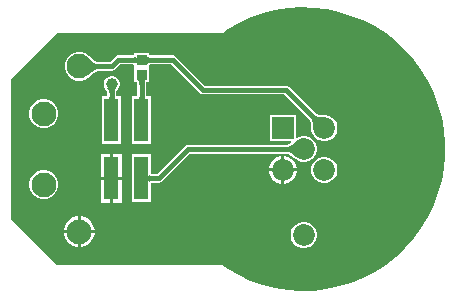
<source format=gbr>
%TF.GenerationSoftware,Altium Limited,Altium Designer,23.10.1 (27)*%
G04 Layer_Physical_Order=1*
G04 Layer_Color=255*
%FSLAX45Y45*%
%MOMM*%
%TF.SameCoordinates,CB7B006E-185E-4101-8BB4-968F6143B1B3*%
%TF.FilePolarity,Positive*%
%TF.FileFunction,Copper,L1,Top,Signal*%
%TF.Part,Single*%
G01*
G75*
%TA.AperFunction,SMDPad,CuDef*%
%ADD10R,1.27000X3.68000*%
%ADD11R,0.95000X0.85000*%
%TA.AperFunction,Conductor*%
%ADD12C,0.38100*%
%TA.AperFunction,ComponentPad*%
%ADD13C,1.85000*%
%ADD14R,1.85000X1.85000*%
%ADD15C,2.10000*%
%TA.AperFunction,ViaPad*%
%ADD16C,1.00000*%
G36*
X2986858Y2497890D02*
X3095134Y2485077D01*
X3201802Y2462498D01*
X3305984Y2430338D01*
X3406818Y2388862D01*
X3503477Y2338413D01*
X3595161Y2279406D01*
X3681117Y2212328D01*
X3760638Y2137728D01*
X3833062Y2056229D01*
X3897799Y1968493D01*
X3954311Y1875252D01*
X4002135Y1777267D01*
X4040876Y1675349D01*
X4070215Y1570337D01*
X4089909Y1463099D01*
X4099797Y1354515D01*
Y1245433D01*
X4089891Y1136752D01*
X4070161Y1029416D01*
X4040768Y924315D01*
X4001957Y822317D01*
X3954048Y724263D01*
X3897437Y630963D01*
X3832588Y543184D01*
X3760043Y461658D01*
X3680394Y387051D01*
X3594303Y319983D01*
X3502478Y261004D01*
X3405681Y210606D01*
X3304706Y169202D01*
X3200391Y137134D01*
X3093597Y114668D01*
X2985204Y101988D01*
X2876102Y99200D01*
X2767205Y106326D01*
X2659400Y123308D01*
X2553585Y150005D01*
X2450626Y186198D01*
X2351380Y231587D01*
X2256664Y285796D01*
X2211962Y317087D01*
X2209375Y318225D01*
X2207026Y319795D01*
X2204794Y320240D01*
X2202712Y321156D01*
X2199887Y321217D01*
X2197115Y321769D01*
X809135Y322046D01*
X423165Y708016D01*
X422057Y1890876D01*
X810822Y2279642D01*
X2199130D01*
X2201878Y2280188D01*
X2204681Y2280243D01*
X2206787Y2281165D01*
X2209040Y2281613D01*
X2211370Y2283170D01*
X2213938Y2284293D01*
X2258662Y2315466D01*
X2353395Y2369443D01*
X2452636Y2414608D01*
X2555558Y2450585D01*
X2661324Y2477081D01*
X2769054Y2493876D01*
X2877863Y2500831D01*
X2986858Y2497890D01*
D02*
G37*
%LPC*%
G36*
X716164Y1722780D02*
X683836D01*
X652609Y1714413D01*
X624611Y1698249D01*
X601752Y1675389D01*
X585587Y1647391D01*
X577220Y1616164D01*
Y1583836D01*
X585587Y1552609D01*
X601752Y1524611D01*
X624611Y1501752D01*
X652609Y1485587D01*
X683836Y1477220D01*
X716164D01*
X747391Y1485587D01*
X775389Y1501752D01*
X798249Y1524611D01*
X814413Y1552609D01*
X822780Y1583836D01*
Y1616164D01*
X814413Y1647391D01*
X798249Y1675389D01*
X775389Y1698249D01*
X747391Y1714413D01*
X716164Y1722780D01*
D02*
G37*
G36*
X1016164Y2122780D02*
X983836D01*
X952609Y2114413D01*
X924611Y2098249D01*
X901752Y2075389D01*
X885587Y2047391D01*
X877220Y2016164D01*
Y1983836D01*
X885587Y1952609D01*
X901752Y1924611D01*
X924611Y1901752D01*
X952609Y1885587D01*
X983836Y1877220D01*
X1016164D01*
X1047391Y1885587D01*
X1075389Y1901752D01*
X1086162Y1912524D01*
X1087440Y1913328D01*
X1107724Y1932509D01*
X1116771Y1939971D01*
X1125515Y1946425D01*
X1133762Y1951746D01*
X1141470Y1955956D01*
X1148601Y1959094D01*
X1155104Y1961213D01*
X1160974Y1962405D01*
X1161593Y1962448D01*
X1275000D01*
X1289370Y1965307D01*
X1301553Y1973447D01*
X1345554Y2017449D01*
X1452955D01*
X1464720Y2014360D01*
Y1997981D01*
X1464719Y1994720D01*
Y1985280D01*
X1464720Y1982020D01*
Y1864720D01*
X1490190D01*
X1490679Y1863515D01*
X1491494Y1860465D01*
X1492189Y1856258D01*
X1492448Y1853300D01*
Y1749280D01*
X1445720D01*
Y1345720D01*
X1608280D01*
Y1749280D01*
X1567551D01*
Y1853300D01*
X1567810Y1856258D01*
X1568506Y1860465D01*
X1569320Y1863514D01*
X1569810Y1864720D01*
X1595280D01*
Y1982020D01*
X1595280Y1985280D01*
Y1994720D01*
X1595280Y1997981D01*
Y2015190D01*
X1596485Y2015679D01*
X1599535Y2016494D01*
X1603742Y2017190D01*
X1606700Y2017449D01*
X1779446D01*
X2023447Y1773447D01*
X2035630Y1765307D01*
X2050000Y1762448D01*
X2737998D01*
X2950509Y1549937D01*
X2953459Y1545629D01*
X2956266Y1540368D01*
X2958814Y1534204D01*
X2961048Y1527116D01*
X2962922Y1519097D01*
X2964359Y1510377D01*
X2966033Y1489295D01*
X2966154Y1477515D01*
X2966496Y1475880D01*
Y1462257D01*
X2974012Y1434210D01*
X2988530Y1409063D01*
X3009063Y1388530D01*
X3034210Y1374012D01*
X3062258Y1366496D01*
X3091295D01*
X3119343Y1374012D01*
X3144490Y1388530D01*
X3165022Y1409063D01*
X3179541Y1434210D01*
X3187056Y1462257D01*
Y1491295D01*
X3179541Y1519342D01*
X3165022Y1544489D01*
X3144490Y1565022D01*
X3119343Y1579540D01*
X3091295Y1587056D01*
X3077868D01*
X3076427Y1587391D01*
X3053065Y1588133D01*
X3043409Y1589155D01*
X3034456Y1590630D01*
X3026437Y1592504D01*
X3019347Y1594739D01*
X3013185Y1597286D01*
X3007924Y1600094D01*
X3003616Y1603043D01*
X2780105Y1826553D01*
X2767923Y1834693D01*
X2753553Y1837552D01*
X2065554D01*
X1821553Y2081553D01*
X1809370Y2089693D01*
X1795000Y2092552D01*
X1606700D01*
X1603742Y2092811D01*
X1599535Y2093506D01*
X1596486Y2094321D01*
X1595280Y2094810D01*
Y2115280D01*
X1464720D01*
Y2094810D01*
X1463514Y2094321D01*
X1460464Y2093506D01*
X1456257Y2092811D01*
X1453299Y2092552D01*
X1330000D01*
X1315630Y2089693D01*
X1303447Y2081553D01*
X1259446Y2037552D01*
X1161593D01*
X1160973Y2037595D01*
X1155106Y2038787D01*
X1148600Y2040907D01*
X1141471Y2044043D01*
X1133760Y2048255D01*
X1125515Y2053575D01*
X1116949Y2059897D01*
X1097810Y2076479D01*
X1087696Y2086425D01*
X1086288Y2087349D01*
X1075389Y2098249D01*
X1047391Y2114413D01*
X1016164Y2122780D01*
D02*
G37*
G36*
X1283924Y1917780D02*
X1266076D01*
X1248838Y1913161D01*
X1233382Y1904237D01*
X1220763Y1891618D01*
X1211839Y1876162D01*
X1207220Y1858924D01*
Y1841077D01*
X1211839Y1823838D01*
X1220763Y1808382D01*
X1226004Y1803141D01*
X1226800Y1801868D01*
X1229317Y1799193D01*
X1231083Y1796976D01*
X1232621Y1794670D01*
X1233947Y1792255D01*
X1235081Y1789695D01*
X1236028Y1786962D01*
X1236784Y1784027D01*
X1237344Y1780857D01*
X1237448Y1779836D01*
Y1749280D01*
X1191720D01*
Y1345720D01*
X1354280D01*
Y1749280D01*
X1312552D01*
Y1779836D01*
X1312656Y1780858D01*
X1313216Y1784026D01*
X1313972Y1786962D01*
X1314919Y1789695D01*
X1316054Y1792256D01*
X1317379Y1794670D01*
X1318918Y1796977D01*
X1320684Y1799194D01*
X1323200Y1801868D01*
X1323996Y1803141D01*
X1329237Y1808382D01*
X1338161Y1823838D01*
X1342780Y1841077D01*
Y1858924D01*
X1338161Y1876162D01*
X1329237Y1891618D01*
X1316618Y1904237D01*
X1301162Y1913161D01*
X1283924Y1917780D01*
D02*
G37*
G36*
X2833504Y1587056D02*
X2612944D01*
Y1366496D01*
X2789885D01*
X2791447Y1364144D01*
X2794050Y1353796D01*
X2789573Y1350585D01*
X2782572Y1346236D01*
X2775980Y1342804D01*
X2769823Y1340248D01*
X2764116Y1338513D01*
X2758983Y1337552D01*
X1925000D01*
X1910629Y1334693D01*
X1898447Y1326553D01*
X1661946Y1090052D01*
X1619701D01*
X1616743Y1090310D01*
X1612536Y1091006D01*
X1609486Y1091821D01*
X1608280Y1092310D01*
Y1254280D01*
X1445720D01*
Y850720D01*
X1608280D01*
Y1012690D01*
X1609485Y1013179D01*
X1612536Y1013994D01*
X1616743Y1014689D01*
X1619701Y1014948D01*
X1677500D01*
X1691870Y1017807D01*
X1704053Y1025947D01*
X1940554Y1262448D01*
X2758983D01*
X2764116Y1261487D01*
X2769822Y1259752D01*
X2775981Y1257196D01*
X2782572Y1253764D01*
X2789571Y1249416D01*
X2796748Y1244269D01*
X2812839Y1230547D01*
X2821255Y1222301D01*
X2822654Y1221387D01*
X2832287Y1211754D01*
X2857434Y1197236D01*
X2885481Y1189720D01*
X2914519D01*
X2942566Y1197236D01*
X2967713Y1211754D01*
X2988246Y1232287D01*
X3002764Y1257434D01*
X3010280Y1285481D01*
Y1314519D01*
X3002764Y1342566D01*
X2988246Y1367713D01*
X2967713Y1388246D01*
X2942566Y1402764D01*
X2914519Y1410280D01*
X2885481D01*
X2857434Y1402764D01*
X2844503Y1395298D01*
X2833504Y1401649D01*
Y1587056D01*
D02*
G37*
G36*
X2738746Y1241124D02*
X2735924D01*
Y1135924D01*
X2841124D01*
Y1138745D01*
X2833089Y1168731D01*
X2817567Y1195616D01*
X2795616Y1217567D01*
X2768732Y1233089D01*
X2738746Y1241124D01*
D02*
G37*
G36*
X2710524D02*
X2707702D01*
X2677716Y1233089D01*
X2650832Y1217567D01*
X2628880Y1195616D01*
X2613359Y1168731D01*
X2605324Y1138745D01*
Y1135924D01*
X2710524D01*
Y1241124D01*
D02*
G37*
G36*
X1361900Y1261900D02*
X1285700D01*
Y1065200D01*
X1361900D01*
Y1261900D01*
D02*
G37*
G36*
X1260300D02*
X1184100D01*
Y1065200D01*
X1260300D01*
Y1261900D01*
D02*
G37*
G36*
X3091295Y1233504D02*
X3062258D01*
X3034210Y1225988D01*
X3009063Y1211470D01*
X2988530Y1190937D01*
X2974012Y1165790D01*
X2966496Y1137742D01*
Y1108705D01*
X2974012Y1080657D01*
X2988530Y1055510D01*
X3009063Y1034978D01*
X3034210Y1020459D01*
X3062258Y1012944D01*
X3091295D01*
X3119343Y1020459D01*
X3144490Y1034978D01*
X3165022Y1055510D01*
X3179541Y1080657D01*
X3187056Y1108705D01*
Y1137742D01*
X3179541Y1165790D01*
X3165022Y1190937D01*
X3144490Y1211470D01*
X3119343Y1225988D01*
X3091295Y1233504D01*
D02*
G37*
G36*
X2841124Y1110524D02*
X2735924D01*
Y1005324D01*
X2738746D01*
X2768732Y1013359D01*
X2795616Y1028880D01*
X2817567Y1050832D01*
X2833089Y1077716D01*
X2841124Y1107702D01*
Y1110524D01*
D02*
G37*
G36*
X2710524D02*
X2605324D01*
Y1107702D01*
X2613359Y1077716D01*
X2628880Y1050832D01*
X2650832Y1028880D01*
X2677716Y1013359D01*
X2707702Y1005324D01*
X2710524D01*
Y1110524D01*
D02*
G37*
G36*
X716164Y1122780D02*
X683836D01*
X652609Y1114413D01*
X624611Y1098249D01*
X601752Y1075389D01*
X585587Y1047391D01*
X577220Y1016164D01*
Y983836D01*
X585587Y952609D01*
X601752Y924611D01*
X624611Y901752D01*
X652609Y885587D01*
X683836Y877220D01*
X716164D01*
X747391Y885587D01*
X775389Y901752D01*
X798249Y924611D01*
X814413Y952609D01*
X822780Y983836D01*
Y1016164D01*
X814413Y1047391D01*
X798249Y1075389D01*
X775389Y1098249D01*
X747391Y1114413D01*
X716164Y1122780D01*
D02*
G37*
G36*
X1361900Y1039800D02*
X1285700D01*
Y843100D01*
X1361900D01*
Y1039800D01*
D02*
G37*
G36*
X1260300D02*
X1184100D01*
Y843100D01*
X1260300D01*
Y1039800D01*
D02*
G37*
G36*
X1017168Y730400D02*
X1012700D01*
Y612700D01*
X1130400D01*
Y617168D01*
X1121514Y650333D01*
X1104346Y680067D01*
X1080067Y704346D01*
X1050333Y721514D01*
X1017168Y730400D01*
D02*
G37*
G36*
X987300D02*
X982832D01*
X949667Y721514D01*
X919933Y704346D01*
X895654Y680067D01*
X878486Y650333D01*
X869600Y617168D01*
Y612700D01*
X987300D01*
Y730400D01*
D02*
G37*
G36*
X1130400Y587300D02*
X1012700D01*
Y469600D01*
X1017168D01*
X1050333Y478486D01*
X1080067Y495654D01*
X1104346Y519933D01*
X1121514Y549667D01*
X1130400Y582832D01*
Y587300D01*
D02*
G37*
G36*
X987300D02*
X869600D01*
Y582832D01*
X878486Y549667D01*
X895654Y519933D01*
X919933Y495654D01*
X949667Y478486D01*
X982832Y469600D01*
X987300D01*
Y587300D01*
D02*
G37*
G36*
X2914519Y680280D02*
X2885481D01*
X2857434Y672764D01*
X2832287Y658246D01*
X2811754Y637713D01*
X2797236Y612566D01*
X2789720Y584519D01*
Y555481D01*
X2797236Y527434D01*
X2811754Y502287D01*
X2832287Y481754D01*
X2857434Y467236D01*
X2885481Y459720D01*
X2914519D01*
X2942566Y467236D01*
X2967713Y481754D01*
X2988246Y502287D01*
X3002764Y527434D01*
X3010280Y555481D01*
Y584519D01*
X3002764Y612566D01*
X2988246Y637713D01*
X2967713Y658246D01*
X2942566Y672764D01*
X2914519Y680280D01*
D02*
G37*
%LPD*%
G36*
X1577274Y2089481D02*
X1578426Y2086242D01*
X1580347Y2083385D01*
X1583035Y2080908D01*
X1586491Y2078813D01*
X1590716Y2077098D01*
X1595709Y2075765D01*
X1601469Y2074812D01*
X1607998Y2074241D01*
X1615295Y2074050D01*
Y2035950D01*
X1607998Y2035760D01*
X1601469Y2035188D01*
X1595709Y2034236D01*
X1590716Y2032902D01*
X1586491Y2031188D01*
X1583035Y2029092D01*
X1580347Y2026616D01*
X1578426Y2023758D01*
X1577274Y2020520D01*
X1576890Y2016900D01*
Y2093100D01*
X1577274Y2089481D01*
D02*
G37*
G36*
X1483109Y2016900D02*
X1482725Y2020520D01*
X1481573Y2023758D01*
X1479653Y2026616D01*
X1476965Y2029092D01*
X1473508Y2031188D01*
X1469284Y2032902D01*
X1464291Y2034236D01*
X1458530Y2035188D01*
X1452001Y2035760D01*
X1444705Y2035950D01*
Y2074050D01*
X1452001Y2074241D01*
X1458530Y2074812D01*
X1464291Y2075765D01*
X1469284Y2077098D01*
X1473508Y2078813D01*
X1476965Y2080908D01*
X1479653Y2083385D01*
X1481573Y2086242D01*
X1482725Y2089481D01*
X1483109Y2093100D01*
Y2016900D01*
D02*
G37*
G36*
X1085505Y2063155D02*
X1105616Y2045730D01*
X1115207Y2038652D01*
X1124489Y2032663D01*
X1133462Y2027762D01*
X1142125Y2023950D01*
X1150478Y2021228D01*
X1158523Y2019595D01*
X1166258Y2019050D01*
Y1980950D01*
X1158523Y1980405D01*
X1150478Y1978772D01*
X1142125Y1976050D01*
X1133462Y1972238D01*
X1124489Y1967337D01*
X1115207Y1961348D01*
X1105616Y1954270D01*
X1095715Y1946102D01*
X1074985Y1926500D01*
Y2073500D01*
X1085505Y2063155D01*
D02*
G37*
G36*
X1564480Y1882726D02*
X1561242Y1881574D01*
X1558384Y1879653D01*
X1555908Y1876965D01*
X1553812Y1873509D01*
X1552098Y1869284D01*
X1550764Y1864291D01*
X1549812Y1858531D01*
X1549240Y1852002D01*
X1549050Y1844705D01*
X1510950D01*
X1510759Y1852002D01*
X1510188Y1858531D01*
X1509235Y1864291D01*
X1507902Y1869284D01*
X1506187Y1873509D01*
X1504092Y1876965D01*
X1501615Y1879653D01*
X1498758Y1881574D01*
X1495519Y1882726D01*
X1491900Y1883110D01*
X1568100D01*
X1564480Y1882726D01*
D02*
G37*
G36*
X2992361Y1588778D02*
X2998508Y1584570D01*
X3005437Y1580873D01*
X3013149Y1577685D01*
X3021643Y1575008D01*
X3030920Y1572840D01*
X3040979Y1571183D01*
X3051820Y1570035D01*
X3075851Y1569271D01*
X2984281Y1477701D01*
X2984154Y1490108D01*
X2982369Y1512574D01*
X2980712Y1522633D01*
X2978545Y1531910D01*
X2975867Y1540404D01*
X2972680Y1548115D01*
X2968982Y1555044D01*
X2964774Y1561191D01*
X2960056Y1566555D01*
X2986997Y1593496D01*
X2992361Y1588778D01*
D02*
G37*
G36*
X1306969Y1811074D02*
X1304258Y1807669D01*
X1301866Y1804080D01*
X1299792Y1800305D01*
X1298038Y1796345D01*
X1296602Y1792201D01*
X1295486Y1787871D01*
X1294688Y1783356D01*
X1294210Y1778656D01*
X1294050Y1773771D01*
X1255950D01*
X1255790Y1778656D01*
X1255312Y1783356D01*
X1254514Y1787871D01*
X1253398Y1792201D01*
X1251962Y1796345D01*
X1250208Y1800305D01*
X1248134Y1804080D01*
X1245742Y1807669D01*
X1243031Y1811074D01*
X1240000Y1814293D01*
X1310000D01*
X1306969Y1811074D01*
D02*
G37*
G36*
X2833942Y1235250D02*
X2825079Y1243933D01*
X2807932Y1258557D01*
X2799647Y1264498D01*
X2791555Y1269525D01*
X2783655Y1273638D01*
X2775948Y1276837D01*
X2768434Y1279122D01*
X2761112Y1280493D01*
X2753983Y1280950D01*
Y1319050D01*
X2761112Y1319507D01*
X2768434Y1320878D01*
X2775948Y1323163D01*
X2783655Y1326362D01*
X2791555Y1330475D01*
X2799647Y1335502D01*
X2807932Y1341443D01*
X2816409Y1348298D01*
X2833942Y1364750D01*
Y1235250D01*
D02*
G37*
G36*
X1590274Y1086981D02*
X1591427Y1083742D01*
X1593347Y1080885D01*
X1596035Y1078408D01*
X1599492Y1076313D01*
X1603716Y1074598D01*
X1608709Y1073265D01*
X1614469Y1072312D01*
X1620998Y1071741D01*
X1628295Y1071550D01*
Y1033450D01*
X1620998Y1033260D01*
X1614469Y1032688D01*
X1608709Y1031736D01*
X1603716Y1030402D01*
X1599492Y1028688D01*
X1596035Y1026592D01*
X1593347Y1024116D01*
X1591427Y1021258D01*
X1590274Y1018020D01*
X1589890Y1014400D01*
Y1090600D01*
X1590274Y1086981D01*
D02*
G37*
D10*
X1527000Y1547500D02*
D03*
X1273000D02*
D03*
Y1052500D02*
D03*
X1527000D02*
D03*
D11*
X1530000Y2055000D02*
D03*
Y1925000D02*
D03*
D12*
X2050000Y1800000D02*
X2753553D01*
X3076776Y1476776D01*
X1795000Y2055000D02*
X2050000Y1800000D01*
X1273000Y1731500D02*
X1275000Y1733500D01*
Y1850000D01*
X1273000Y1547500D02*
Y1731500D01*
X1000000Y600000D02*
X1044423D01*
X1677500Y1052500D02*
X1925000Y1300000D01*
X2900000D01*
X1527000Y1052500D02*
X1677500D01*
X1275000Y2000000D02*
X1330000Y2055000D01*
X1530000D01*
X1000000Y2000000D02*
X1275000D01*
X1530000Y2055000D02*
X1795000D01*
X1527000Y1731500D02*
X1530000Y1734500D01*
Y1925000D01*
X1527000Y1547500D02*
Y1731500D01*
D13*
X2900000Y570000D02*
D03*
Y1300000D02*
D03*
X3076776Y1476776D02*
D03*
X2723224Y1123224D02*
D03*
X3076776D02*
D03*
D14*
X2723224Y1476776D02*
D03*
D15*
X1000000Y600000D02*
D03*
X700000Y1000000D02*
D03*
Y1600000D02*
D03*
X1000000Y2000000D02*
D03*
D16*
X1275000Y1850000D02*
D03*
%TF.MD5,8f1da718d83d92af31c056c64de07e4f*%
M02*

</source>
